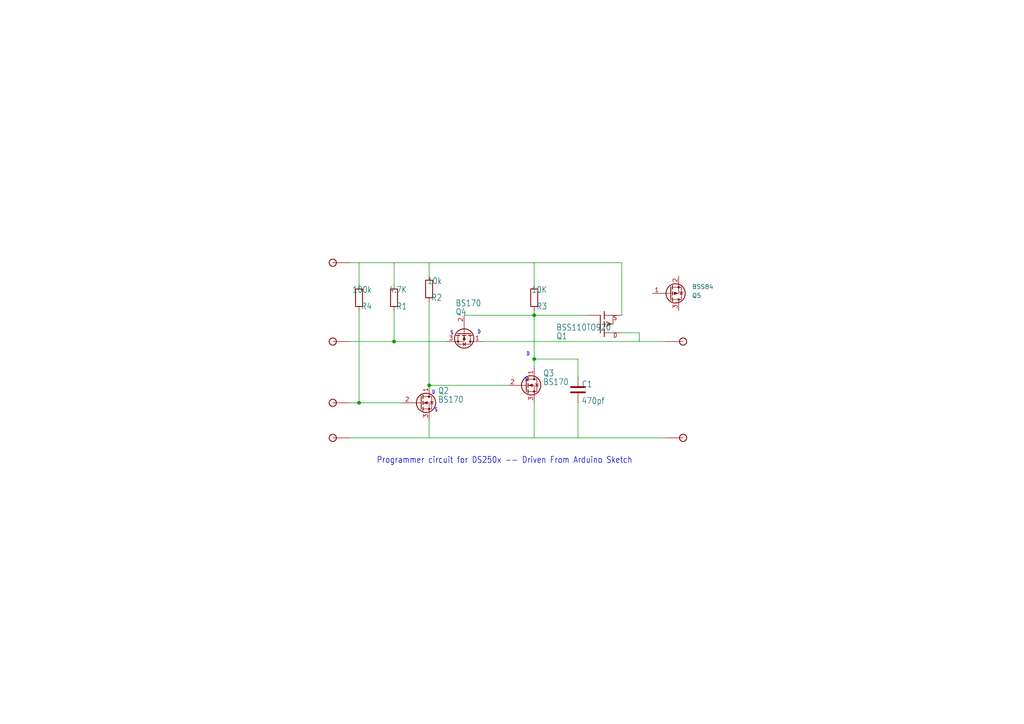
<source format=kicad_sch>
(kicad_sch (version 20230121) (generator eeschema)
  (paper "A4")
  (lib_symbols
    (symbol "DS2502_prog-eagle-import:BSS110TO920"
      (property "Reference" "Q" (at -11.43 2.54 0))
      (symbol "BSS110TO920_1_0"
        (polyline (pts (xy -2.54 -2.54) (xy -1.2192 -2.54)) (stroke (width 0.1524)))
        (polyline (pts (xy -1.143 2.54) (xy -1.143 -2.54)) (stroke (width 0.254)))
        (polyline (pts (xy 0 -1.397) (xy 0 -3.683)) (stroke (width 0.254)))
        (polyline (pts (xy 0 0) (xy 0 -0.762)) (stroke (width 0.254)))
        (polyline (pts (xy 0 0) (xy 1.905 0)) (stroke (width 0.1524)))
        (polyline (pts (xy 0 0.762) (xy 0 0)) (stroke (width 0.254)))
        (polyline (pts (xy 0 3.683) (xy 0 1.397)) (stroke (width 0.254)))
        (polyline (pts (xy 0.635 -0.635) (xy 1.905 0)) (stroke (width 0.254)))
        (polyline (pts (xy 0.635 0.635) (xy 1.905 0)) (stroke (width 0.254)))
        (polyline (pts (xy 1.905 0) (xy 2.54 0)) (stroke (width 0.1524)))
        (polyline (pts (xy 2.54 0) (xy 2.54 -2.54)) (stroke (width 0.1524)))
        (text "D" (at 2.54 2.54 0) (effects (font (size 1.27 1.0795)) (justify left bottom)))
        (text "S" (at 2.54 -2.54 0) (effects (font (size 1.27 1.0795)) (justify left bottom)))
        (pin passive line (at 5.08 2.54 180) (length 5.08) (name "D") (number "1"))
        (pin passive line (at -5.08 -2.54 0) (length 2.54) (name "G") (number "2"))
        (pin passive line (at 5.08 -2.54 180) (length 5.08) (name "S") (number "3"))
      )
    )
    (symbol "DS2502_prog-eagle-import:SOLDER_POINTA"
      (symbol "SOLDER_POINTA_1_0"
        (circle (center -5.08 0) (radius 1.0472) (stroke (width 0.254)))
        (pin bidirectional line (at -10.16 0 0) (length 5.08) (name "P$1") (number "1"))
      )
    )
    (symbol "Device:C" (pin_numbers hide) (pin_names (offset 0.254))
      (property "Reference" "C" (at 0.635 2.54 0))
      (property "Value" "C" (at 0.635 -2.54 0))
      (symbol "C_0_1"
        (polyline (pts (xy -2.032 -0.762) (xy 2.032 -0.762)) (stroke (width 0.508)))
        (polyline (pts (xy -2.032 0.762) (xy 2.032 0.762)) (stroke (width 0.508)))
      )
      (symbol "C_1_1"
        (pin passive line (at 0 3.81 270) (length 2.794) (name "~") (number "1"))
        (pin passive line (at 0 -3.81 90) (length 2.794) (name "~") (number "2"))
      )
    )
    (symbol "Device:R" (pin_numbers hide) (pin_names (offset 0))
      (property "Reference" "R" (at 2.032 0 90))
      (property "Value" "R" (at 0 0 90))
      (symbol "R_0_1"
        (rectangle (start -1.016 -2.54) (end 1.016 2.54) (stroke (width 0.254)))
      )
      (symbol "R_1_1"
        (pin passive line (at 0 3.81 270) (length 1.27) (name "~") (number "1"))
        (pin passive line (at 0 -3.81 90) (length 1.27) (name "~") (number "2"))
      )
    )
    (symbol "Transistor_FET:BS170" (pin_names hide)
      (property "Reference" "Q" (at 5.08 1.905 0))
      (property "Value" "BS170" (at 5.08 0 0))
      (symbol "BS170_0_1"
        (polyline (pts (xy 0.254 0) (xy -2.54 0)))
        (polyline (pts (xy 0.254 1.905) (xy 0.254 -1.905)) (stroke (width 0.254)))
        (polyline (pts (xy 0.762 -1.27) (xy 0.762 -2.286)) (stroke (width 0.254)))
        (polyline (pts (xy 0.762 0.508) (xy 0.762 -0.508)) (stroke (width 0.254)))
        (polyline (pts (xy 0.762 2.286) (xy 0.762 1.27)) (stroke (width 0.254)))
        (polyline (pts (xy 2.54 2.54) (xy 2.54 1.778)))
        (polyline (pts (xy 2.54 -2.54) (xy 2.54 0) (xy 0.762 0)))
        (polyline (pts (xy 0.762 -1.778) (xy 3.302 -1.778) (xy 3.302 1.778) (xy 0.762 1.778)))
        (polyline (pts (xy 1.016 0) (xy 2.032 0.381) (xy 2.032 -0.381) (xy 1.016 0)) (fill (type outline)))
        (polyline (pts (xy 2.794 0.508) (xy 2.921 0.381) (xy 3.683 0.381) (xy 3.81 0.254)))
        (polyline (pts (xy 3.302 0.381) (xy 2.921 -0.254) (xy 3.683 -0.254) (xy 3.302 0.381)))
        (circle (center 1.651 0) (radius 2.794) (stroke (width 0.254)))
        (circle (center 2.54 -1.778) (radius 0.254) (fill (type outline)))
        (circle (center 2.54 1.778) (radius 0.254) (fill (type outline)))
      )
      (symbol "BS170_1_1"
        (pin passive line (at 2.54 5.08 270) (length 2.54) (name "D") (number "1"))
        (pin input line (at -5.08 0 0) (length 2.54) (name "G") (number "2"))
        (pin passive line (at 2.54 -5.08 90) (length 2.54) (name "S") (number "3"))
      )
    )
    (symbol "Transistor_FET:BSS84" (pin_names hide)
      (property "Reference" "Q" (at 5.08 1.905 0))
      (property "Value" "BSS84" (at 5.08 0 0))
      (symbol "BSS84_0_1"
        (polyline (pts (xy 0.254 0) (xy -2.54 0)))
        (polyline (pts (xy 0.254 1.905) (xy 0.254 -1.905)) (stroke (width 0.254)))
        (polyline (pts (xy 0.762 -1.27) (xy 0.762 -2.286)) (stroke (width 0.254)))
        (polyline (pts (xy 0.762 0.508) (xy 0.762 -0.508)) (stroke (width 0.254)))
        (polyline (pts (xy 0.762 2.286) (xy 0.762 1.27)) (stroke (width 0.254)))
        (polyline (pts (xy 2.54 2.54) (xy 2.54 1.778)))
        (polyline (pts (xy 2.54 -2.54) (xy 2.54 0) (xy 0.762 0)))
        (polyline (pts (xy 0.762 1.778) (xy 3.302 1.778) (xy 3.302 -1.778) (xy 0.762 -1.778)))
        (polyline (pts (xy 2.286 0) (xy 1.27 0.381) (xy 1.27 -0.381) (xy 2.286 0)) (fill (type outline)))
        (polyline (pts (xy 2.794 -0.508) (xy 2.921 -0.381) (xy 3.683 -0.381) (xy 3.81 -0.254)))
        (polyline (pts (xy 3.302 -0.381) (xy 2.921 0.254) (xy 3.683 0.254) (xy 3.302 -0.381)))
        (circle (center 1.651 0) (radius 2.794) (stroke (width 0.254)))
        (circle (center 2.54 -1.778) (radius 0.254) (fill (type outline)))
        (circle (center 2.54 1.778) (radius 0.254) (fill (type outline)))
      )
      (symbol "BSS84_1_1"
        (pin input line (at -5.08 0 0) (length 2.54) (name "G") (number "1"))
        (pin passive line (at 2.54 -5.08 90) (length 2.54) (name "S") (number "2"))
        (pin passive line (at 2.54 5.08 270) (length 2.54) (name "D") (number "3"))
      )
    )
  )
  (junction (at 114.3 99.06))
  (junction (at 104.14 116.84))
  (junction (at 154.94 104.14))
  (junction (at 154.94 91.44))
  (junction (at 124.46 111.76))
  (wire (pts (xy 124.46 87.63) (xy 124.46 88.9)))
  (wire (pts (xy 167.64 127) (xy 193.04 127)) (stroke (width 0.1524)))
  (wire (pts (xy 154.94 91.44) (xy 170.18 91.44)) (stroke (width 0.1524)))
  (wire (pts (xy 154.94 90.17) (xy 154.94 91.44)))
  (wire (pts (xy 114.3 90.17) (xy 114.3 99.06)) (stroke (width 0.1524)))
  (wire (pts (xy 124.46 76.2) (xy 154.94 76.2)) (stroke (width 0.1524)))
  (wire (pts (xy 104.14 90.17) (xy 104.14 91.44)))
  (wire (pts (xy 129.54 99.06) (xy 114.3 99.06)) (stroke (width 0.1524)))
  (wire (pts (xy 154.94 76.2) (xy 154.94 82.55)) (stroke (width 0.1524)))
  (wire (pts (xy 167.64 116.84) (xy 167.64 127)) (stroke (width 0.1524)))
  (wire (pts (xy 154.94 76.2) (xy 180.34 76.2)) (stroke (width 0.1524)))
  (wire (pts (xy 104.14 116.84) (xy 116.84 116.84)) (stroke (width 0.1524)))
  (wire (pts (xy 154.94 104.14) (xy 167.64 104.14)) (stroke (width 0.1524)))
  (wire (pts (xy 104.14 91.44) (xy 104.14 116.84)) (stroke (width 0.1524)))
  (wire (pts (xy 154.94 106.68) (xy 154.94 104.14)) (stroke (width 0.1524)))
  (wire (pts (xy 185.42 96.52) (xy 185.42 99.06)) (stroke (width 0.1524)))
  (wire (pts (xy 101.6 76.2) (xy 104.14 76.2)) (stroke (width 0.1524)))
  (wire (pts (xy 180.34 91.44) (xy 180.34 76.2)) (stroke (width 0.1524)))
  (wire (pts (xy 139.7 99.06) (xy 185.42 99.06)) (stroke (width 0.1524)))
  (wire (pts (xy 154.94 127) (xy 167.64 127)) (stroke (width 0.1524)))
  (wire (pts (xy 114.3 76.2) (xy 124.46 76.2)) (stroke (width 0.1524)))
  (wire (pts (xy 101.6 116.84) (xy 104.14 116.84)) (stroke (width 0.1524)))
  (wire (pts (xy 124.46 88.9) (xy 124.46 111.76)) (stroke (width 0.1524)))
  (wire (pts (xy 124.46 111.76) (xy 147.32 111.76)) (stroke (width 0.1524)))
  (wire (pts (xy 124.46 76.2) (xy 124.46 80.01)) (stroke (width 0.1524)))
  (wire (pts (xy 134.62 91.44) (xy 154.94 91.44)) (stroke (width 0.1524)))
  (wire (pts (xy 154.94 127) (xy 154.94 116.84)) (stroke (width 0.1524)))
  (wire (pts (xy 104.14 76.2) (xy 114.3 76.2)) (stroke (width 0.1524)))
  (wire (pts (xy 180.34 96.52) (xy 185.42 96.52)) (stroke (width 0.1524)))
  (wire (pts (xy 104.14 76.2) (xy 104.14 82.55)) (stroke (width 0.1524)))
  (wire (pts (xy 114.3 76.2) (xy 114.3 82.55)) (stroke (width 0.1524)))
  (wire (pts (xy 101.6 127) (xy 124.46 127)) (stroke (width 0.1524)))
  (wire (pts (xy 167.64 104.14) (xy 167.64 109.22)) (stroke (width 0.1524)))
  (wire (pts (xy 124.46 127) (xy 154.94 127)) (stroke (width 0.1524)))
  (wire (pts (xy 101.6 99.06) (xy 114.3 99.06)) (stroke (width 0.1524)))
  (wire (pts (xy 124.46 121.92) (xy 124.46 127)) (stroke (width 0.1524)))
  (wire (pts (xy 185.42 99.06) (xy 193.04 99.06)) (stroke (width 0.1524)))
  (wire (pts (xy 154.94 104.14) (xy 154.94 91.44)) (stroke (width 0.1524)))
  (text "D" (at 152.654 103.378 0) (effects (font (size 1.016 0.8636)) (justify left bottom)))
  (text "S" (at 125.984 119.634 0) (effects (font (size 1.016 0.8636)) (justify left bottom)))
  (text "Programmer circuit for DS250x -- Driven From Arduino Sketch" (at 109.22 134.62 0) (effects (font (size 1.778 1.5113)) (justify left bottom)))
  (text "S" (at 130.556 97.282 0) (effects (font (size 1.016 0.8636)) (justify left bottom)))
  (text "D" (at 138.43 97.028 0) (effects (font (size 1.016 0.8636)) (justify left bottom)))
  (text "D" (at 125.222 114.554 0) (effects (font (size 1.016 0.8636)) (justify left bottom)))
  (text "S" (at 152.146 110.744 0) (effects (font (size 1.016 0.8636)) (justify left bottom)))
  (symbol (lib_id "Device:C") (at 167.64 113.03 0) (unit 1)
    (property "Reference" "C1" (at 168.656 112.395 0) (effects (font (size 1.778 1.5113)) (justify left bottom)))
    (property "Value" "470pf" (at 168.656 117.221 0) (effects (font (size 1.778 1.5113)) (justify left bottom)))
    (property "Footprint" "DS2502_prog:C025-025X050" (effects hide))
  )
  (symbol (lib_id "Transistor_FET:BS170") (at 121.92 116.84 0) (unit 1)
    (property "Reference" "Q2" (at 127 114.3 0) (effects (font (size 1.778 1.5113)) (justify left bottom)))
    (property "Value" "BS170" (at 127 116.84 0) (effects (font (size 1.778 1.5113)) (justify left bottom)))
    (property "Footprint" "Package_TO_SOT_THT:TO-92_Inline" (effects hide))
    (property "Datasheet" "https://www.onsemi.com/pub/Collateral/BS170-D.PDF" (effects hide))
  )
  (symbol (lib_id "Device:R") (at 154.94 86.36 180) (unit 1)
    (property "Reference" "R3" (at 158.75 87.8586 0) (effects (font (size 1.778 1.5113)) (justify left bottom)))
    (property "Value" "10K" (at 158.75 83.058 0) (effects (font (size 1.778 1.5113)) (justify left bottom)))
    (property "Footprint" "DS2502_prog:0207_2V" (effects hide))
  )
  (symbol (lib_id "DS2502_prog-eagle-import:SOLDER_POINTA") (at 91.44 116.84 180) (unit 1)
    (property "Reference" "PRGM/0" (effects hide))
    (property "Value" "SOLDER_POINTA" (effects hide))
    (property "Footprint" "DS2502_prog:P1-13" (effects hide))
  )
  (symbol (lib_id "DS2502_prog-eagle-import:SOLDER_POINTA") (at 203.2 127 0) (unit 1)
    (property "Reference" "GND1" (effects hide))
    (property "Value" "SOLDER_POINTA" (effects hide))
    (property "Footprint" "DS2502_prog:P1-13" (effects hide))
  )
  (symbol (lib_id "Transistor_FET:BS170") (at 152.4 111.76 0) (unit 1)
    (property "Reference" "Q3" (at 157.48 109.22 0) (effects (font (size 1.778 1.5113)) (justify left bottom)))
    (property "Value" "BS170" (at 157.48 111.76 0) (effects (font (size 1.778 1.5113)) (justify left bottom)))
    (property "Footprint" "Package_TO_SOT_THT:TO-92_Inline" (effects hide))
    (property "Datasheet" "https://www.onsemi.com/pub/Collateral/BS170-D.PDF" (effects hide))
  )
  (symbol (lib_id "DS2502_prog-eagle-import:SOLDER_POINTA") (at 203.2 99.06 0) (unit 1)
    (property "Reference" "DS2502" (effects hide))
    (property "Value" "SOLDER_POINTA" (effects hide))
    (property "Footprint" "DS2502_prog:P1-13" (effects hide))
  )
  (symbol (lib_id "DS2502_prog-eagle-import:SOLDER_POINTA") (at 91.44 76.2 180) (unit 1)
    (property "Reference" "+12V0" (effects hide))
    (property "Value" "SOLDER_POINTA" (effects hide))
    (property "Footprint" "DS2502_prog:P1-13" (effects hide))
  )
  (symbol (lib_id "Device:R") (at 104.14 86.36 180) (unit 1)
    (property "Reference" "R4" (at 107.95 87.8586 0) (effects (font (size 1.778 1.5113)) (justify left bottom)))
    (property "Value" "100k" (at 107.95 83.058 0) (effects (font (size 1.778 1.5113)) (justify left bottom)))
    (property "Footprint" "DS2502_prog:0309_10" (effects hide))
  )
  (symbol (lib_id "Device:R") (at 124.46 83.82 180) (unit 1)
    (property "Reference" "R2" (at 128.27 85.3186 0) (effects (font (size 1.778 1.5113)) (justify left bottom)))
    (property "Value" "10k" (at 128.27 80.518 0) (effects (font (size 1.778 1.5113)) (justify left bottom)))
    (property "Footprint" "DS2502_prog:0309_10" (effects hide))
  )
  (symbol (lib_id "Transistor_FET:BSS84") (at 194.31 85.09 0) (mirror x) (unit 1)
    (property "Reference" "Q5" (at 200.66 85.725 0) (effects (justify left)))
    (property "Value" "BSS84" (at 200.66 83.185 0) (effects (justify left)))
    (property "Footprint" "Package_TO_SOT_SMD:SOT-23" (effects hide))
    (property "Datasheet" "http://assets.nexperia.com/documents/data-sheet/BSS84.pdf" (effects hide))
  )
  (symbol (lib_id "Transistor_FET:BS170") (at 134.62 96.52 270) (unit 1)
    (property "Reference" "Q4" (at 132.08 91.44 90) (effects (font (size 1.778 1.5113)) (justify left bottom)))
    (property "Value" "BS170" (at 132.08 88.9 90) (effects (font (size 1.778 1.5113)) (justify left bottom)))
    (property "Footprint" "Package_TO_SOT_THT:TO-92_Inline" (effects hide))
    (property "Datasheet" "https://www.onsemi.com/pub/Collateral/BS170-D.PDF" (effects hide))
  )
  (symbol (lib_id "DS2502_prog-eagle-import:SOLDER_POINTA") (at 91.44 99.06 180) (unit 1)
    (property "Reference" "I/O0" (effects hide))
    (property "Value" "SOLDER_POINTA" (effects hide))
    (property "Footprint" "DS2502_prog:P1-13" (effects hide))
  )
  (symbol (lib_id "DS2502_prog-eagle-import:SOLDER_POINTA") (at 91.44 127 180) (unit 1)
    (property "Reference" "GND0" (effects hide))
    (property "Value" "SOLDER_POINTA" (effects hide))
    (property "Footprint" "DS2502_prog:P1-13" (effects hide))
  )
  (symbol (lib_id "Device:R") (at 114.3 86.36 180) (unit 1)
    (property "Reference" "R1" (at 118.11 87.8586 0) (effects (font (size 1.778 1.5113)) (justify left bottom)))
    (property "Value" "4.7K" (at 118.11 83.058 0) (effects (font (size 1.778 1.5113)) (justify left bottom)))
    (property "Footprint" "DS2502_prog:0207_2V" (effects hide))
  )
  (symbol (lib_id "DS2502_prog-eagle-import:BSS110TO920") (at 175.26 93.98 0) (mirror x) (unit 1)
    (property "Reference" "Q1" (at 161.29 96.52 0) (effects (font (size 1.778 1.5113)) (justify left bottom)))
    (property "Value" "BSS110TO920" (at 161.29 93.98 0) (effects (font (size 1.778 1.5113)) (justify left bottom)))
    (property "Footprint" "DS2502_prog:TO92-" (effects hide))
  )
)
</source>
